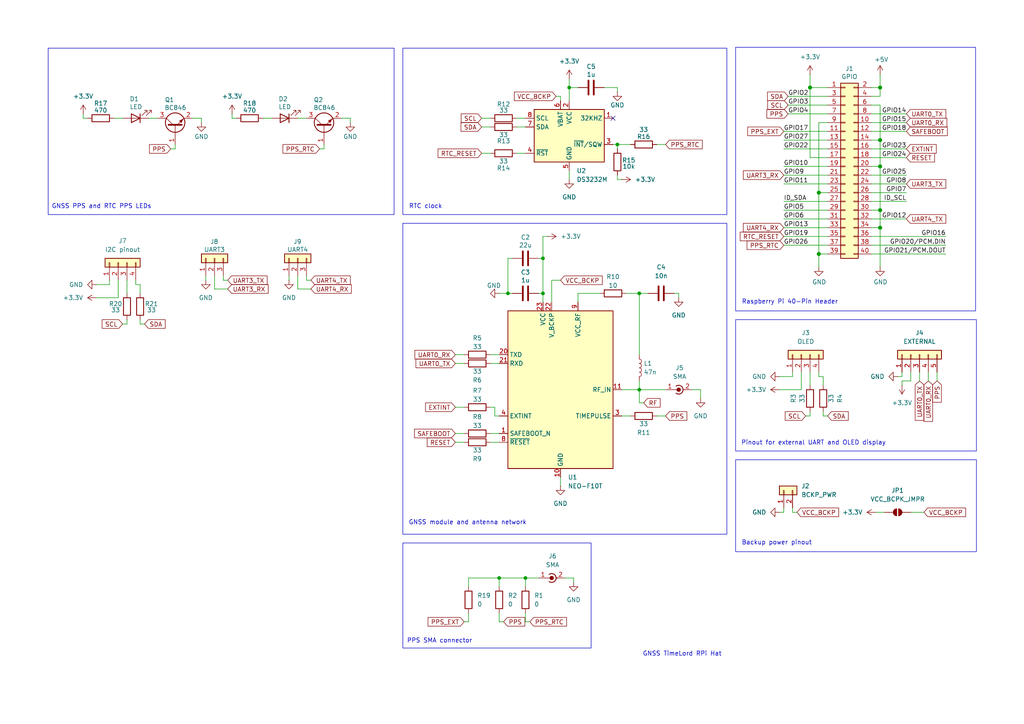
<source format=kicad_sch>
(kicad_sch (version 20250114) (generator "eeschema") (generator_version "9.0")
  (paper "A4")
  (title_block (date "15 nov 2012"))
  (lib_symbols
    (symbol "Connector:Conn_Coaxial_Power" (pin_names (offset 1.016) (hide yes))
      (property "Reference" "J" (at -5.08 -1.27 90))
      (property "Value" "Conn_Coaxial_Power" (at -3.175 -1.27 90))
      (symbol "Conn_Coaxial_Power_1_1"
        (pin passive line (at 0 2.54 270) (length 2.54) (name "In") (number "1"))
        (pin passive line (at 0 -5.08 90) (length 2.54) (name "Ext") (number "2"))
      )
    )
    (symbol "Connector_Generic:Conn_01x02" (pin_names (offset 1.016) (hide yes))
      (property "Reference" "J" (at 0 2.54 0))
      (property "Value" "Conn_01x02" (at 0 -5.08 0))
      (symbol "Conn_01x02_1_1"
        (pin passive line (at -5.08 0 0) (length 3.81) (name "Pin_1") (number "1"))
        (pin passive line (at -5.08 -2.54 0) (length 3.81) (name "Pin_2") (number "2"))
      )
    )
    (symbol "Connector_Generic:Conn_01x03" (pin_names (offset 1.016) (hide yes))
      (property "Reference" "J" (at 0 5.08 0))
      (property "Value" "Conn_01x03" (at 0 -5.08 0))
      (symbol "Conn_01x03_1_1"
        (pin passive line (at -5.08 2.54 0) (length 3.81) (name "Pin_1") (number "1"))
        (pin passive line (at -5.08 0 0) (length 3.81) (name "Pin_2") (number "2"))
        (pin passive line (at -5.08 -2.54 0) (length 3.81) (name "Pin_3") (number "3"))
      )
    )
    (symbol "Connector_Generic:Conn_01x04" (pin_names (offset 1.016) (hide yes))
      (property "Reference" "J" (at 0 5.08 0))
      (property "Value" "Conn_01x04" (at 0 -7.62 0))
      (symbol "Conn_01x04_1_1"
        (pin passive line (at -5.08 2.54 0) (length 3.81) (name "Pin_1") (number "1"))
        (pin passive line (at -5.08 0 0) (length 3.81) (name "Pin_2") (number "2"))
        (pin passive line (at -5.08 -2.54 0) (length 3.81) (name "Pin_3") (number "3"))
        (pin passive line (at -5.08 -5.08 0) (length 3.81) (name "Pin_4") (number "4"))
      )
    )
    (symbol "Connector_Generic:Conn_01x05" (pin_names (offset 1.016) (hide yes))
      (property "Reference" "J" (at 0 7.62 0))
      (property "Value" "Conn_01x05" (at 0 -7.62 0))
      (symbol "Conn_01x05_1_1"
        (pin passive line (at -5.08 5.08 0) (length 3.81) (name "Pin_1") (number "1"))
        (pin passive line (at -5.08 2.54 0) (length 3.81) (name "Pin_2") (number "2"))
        (pin passive line (at -5.08 0 0) (length 3.81) (name "Pin_3") (number "3"))
        (pin passive line (at -5.08 -2.54 0) (length 3.81) (name "Pin_4") (number "4"))
        (pin passive line (at -5.08 -5.08 0) (length 3.81) (name "Pin_5") (number "5"))
      )
    )
    (symbol "Connector_Generic:Conn_02x20_Odd_Even" (pin_names (offset 1.016) (hide yes))
      (property "Reference" "J" (at 1.27 25.4 0))
      (property "Value" "Conn_02x20_Odd_Even" (at 1.27 -27.94 0))
      (symbol "Conn_02x20_Odd_Even_1_1"
        (pin passive line (at -5.08 22.86 0) (length 3.81) (name "Pin_1") (number "1"))
        (pin passive line (at -5.08 20.32 0) (length 3.81) (name "Pin_3") (number "3"))
        (pin passive line (at -5.08 17.78 0) (length 3.81) (name "Pin_5") (number "5"))
        (pin passive line (at -5.08 15.24 0) (length 3.81) (name "Pin_7") (number "7"))
        (pin passive line (at -5.08 12.7 0) (length 3.81) (name "Pin_9") (number "9"))
        (pin passive line (at -5.08 10.16 0) (length 3.81) (name "Pin_11") (number "11"))
        (pin passive line (at -5.08 7.62 0) (length 3.81) (name "Pin_13") (number "13"))
        (pin passive line (at -5.08 5.08 0) (length 3.81) (name "Pin_15") (number "15"))
        (pin passive line (at -5.08 2.54 0) (length 3.81) (name "Pin_17") (number "17"))
        (pin passive line (at -5.08 0 0) (length 3.81) (name "Pin_19") (number "19"))
        (pin passive line (at -5.08 -2.54 0) (length 3.81) (name "Pin_21") (number "21"))
        (pin passive line (at -5.08 -5.08 0) (length 3.81) (name "Pin_23") (number "23"))
        (pin passive line (at -5.08 -7.62 0) (length 3.81) (name "Pin_25") (number "25"))
        (pin passive line (at -5.08 -10.16 0) (length 3.81) (name "Pin_27") (number "27"))
        (pin passive line (at -5.08 -12.7 0) (length 3.81) (name "Pin_29") (number "29"))
        (pin passive line (at -5.08 -15.24 0) (length 3.81) (name "Pin_31") (number "31"))
        (pin passive line (at -5.08 -17.78 0) (length 3.81) (name "Pin_33") (number "33"))
        (pin passive line (at -5.08 -20.32 0) (length 3.81) (name "Pin_35") (number "35"))
        (pin passive line (at -5.08 -22.86 0) (length 3.81) (name "Pin_37") (number "37"))
        (pin passive line (at -5.08 -25.4 0) (length 3.81) (name "Pin_39") (number "39"))
        (pin passive line (at 7.62 22.86 180) (length 3.81) (name "Pin_2") (number "2"))
        (pin passive line (at 7.62 20.32 180) (length 3.81) (name "Pin_4") (number "4"))
        (pin passive line (at 7.62 17.78 180) (length 3.81) (name "Pin_6") (number "6"))
        (pin passive line (at 7.62 15.24 180) (length 3.81) (name "Pin_8") (number "8"))
        (pin passive line (at 7.62 12.7 180) (length 3.81) (name "Pin_10") (number "10"))
        (pin passive line (at 7.62 10.16 180) (length 3.81) (name "Pin_12") (number "12"))
        (pin passive line (at 7.62 7.62 180) (length 3.81) (name "Pin_14") (number "14"))
        (pin passive line (at 7.62 5.08 180) (length 3.81) (name "Pin_16") (number "16"))
        (pin passive line (at 7.62 2.54 180) (length 3.81) (name "Pin_18") (number "18"))
        (pin passive line (at 7.62 0 180) (length 3.81) (name "Pin_20") (number "20"))
        (pin passive line (at 7.62 -2.54 180) (length 3.81) (name "Pin_22") (number "22"))
        (pin passive line (at 7.62 -5.08 180) (length 3.81) (name "Pin_24") (number "24"))
        (pin passive line (at 7.62 -7.62 180) (length 3.81) (name "Pin_26") (number "26"))
        (pin passive line (at 7.62 -10.16 180) (length 3.81) (name "Pin_28") (number "28"))
        (pin passive line (at 7.62 -12.7 180) (length 3.81) (name "Pin_30") (number "30"))
        (pin passive line (at 7.62 -15.24 180) (length 3.81) (name "Pin_32") (number "32"))
        (pin passive line (at 7.62 -17.78 180) (length 3.81) (name "Pin_34") (number "34"))
        (pin passive line (at 7.62 -20.32 180) (length 3.81) (name "Pin_36") (number "36"))
        (pin passive line (at 7.62 -22.86 180) (length 3.81) (name "Pin_38") (number "38"))
        (pin passive line (at 7.62 -25.4 180) (length 3.81) (name "Pin_40") (number "40"))
      )
    )
    (symbol "Device:C" (pin_numbers (hide yes)) (pin_names (offset 0.254))
      (property "Reference" "C" (at 0.635 2.54 0))
      (property "Value" "C" (at 0.635 -2.54 0))
      (symbol "C_1_1"
        (pin passive line (at 0 3.81 270) (length 2.794) (name "~") (number "1"))
        (pin passive line (at 0 -3.81 90) (length 2.794) (name "~") (number "2"))
      )
    )
    (symbol "Device:L" (pin_numbers (hide yes)) (pin_names (offset 1.016) (hide yes))
      (property "Reference" "L" (at -1.27 0 90))
      (property "Value" "L" (at 1.905 0 90))
      (symbol "L_1_1"
        (pin passive line (at 0 3.81 270) (length 1.27) (name "1") (number "1"))
        (pin passive line (at 0 -3.81 90) (length 1.27) (name "2") (number "2"))
      )
    )
    (symbol "Device:LED" (pin_numbers (hide yes)) (pin_names (offset 1.016) (hide yes))
      (property "Reference" "D" (at 0 2.54 0))
      (property "Value" "LED" (at 0 -2.54 0))
      (symbol "LED_1_1"
        (pin passive line (at -3.81 0 0) (length 2.54) (name "K") (number "1"))
        (pin passive line (at 3.81 0 180) (length 2.54) (name "A") (number "2"))
      )
    )
    (symbol "Device:R" (pin_numbers (hide yes)) (pin_names (offset 0))
      (property "Reference" "R" (at 2.032 0 90))
      (property "Value" "R" (at 0 0 90))
      (symbol "R_1_1"
        (pin passive line (at 0 3.81 270) (length 1.27) (name "~") (number "1"))
        (pin passive line (at 0 -3.81 90) (length 1.27) (name "~") (number "2"))
      )
    )
    (symbol "Jumper:SolderJumper_2_Open" (pin_numbers (hide yes)) (pin_names (offset 0) (hide yes)) (exclude_from_sim yes) (in_bom no)
      (property "Reference" "JP" (at 0 2.032 0))
      (property "Value" "SolderJumper_2_Open" (at 0 -2.54 0))
      (symbol "SolderJumper_2_Open_1_1"
        (pin passive line (at -3.81 0 0) (length 2.54) (name "A") (number "1"))
        (pin passive line (at 3.81 0 180) (length 2.54) (name "B") (number "2"))
      )
    )
    (symbol "Timer_RTC:DS3232M"
      (property "Reference" "U" (at -7.62 8.89 0))
      (property "Value" "DS3232M" (at 10.16 8.89 0))
      (symbol "DS3232M_1_1"
        (pin input line (at -12.7 5.08 0) (length 2.54) (name "SCL") (number "8"))
        (pin bidirectional line (at -12.7 2.54 0) (length 2.54) (name "SDA") (number "7"))
        (pin bidirectional line (at -12.7 -5.08 0) (length 2.54) (name "~{RST}") (number "4"))
        (pin power_in line (at -2.54 10.16 270) (length 2.54) (name "VBAT") (number "6"))
        (pin power_in line (at 0 10.16 270) (length 2.54) (name "VCC") (number "2"))
        (pin power_in line (at 0 -10.16 90) (length 2.54) (name "GND") (number "5"))
        (pin output line (at 12.7 5.08 180) (length 2.54) (name "32KHZ") (number "1"))
        (pin open_collector line (at 12.7 -2.54 180) (length 2.54) (name "~{INT}/SQW") (number "3"))
      )
    )
    (symbol "Transistor_BJT:BC846" (pin_names (offset 0) (hide yes))
      (property "Reference" "Q" (at 5.08 1.905 0))
      (property "Value" "BC846" (at 5.08 0 0))
      (symbol "BC846_1_1"
        (pin input line (at -5.08 0 0) (length 2.54) (name "B") (number "1"))
        (pin passive line (at 2.54 5.08 270) (length 2.54) (name "C") (number "3"))
        (pin passive line (at 2.54 -5.08 90) (length 2.54) (name "E") (number "2"))
      )
    )
    (symbol "neo-f10t:NEO-F10T"
      (property "Reference" "U" (at -13.97 24.13 0))
      (property "Value" "NEO-F10T" (at 11.43 24.13 0))
      (symbol "NEO-F10T_1_1"
        (pin output line (at -17.78 10.16 0) (length 2.54) (name "TXD") (number "20"))
        (pin input line (at -17.78 7.62 0) (length 2.54) (name "RXD") (number "21"))
        (pin input line (at -17.78 -7.62 0) (length 2.54) (name "EXTINT") (number "4"))
        (pin bidirectional line (at -17.78 -12.7 0) (length 2.54) (name "SAFEBOOT_N") (number "1"))
        (pin input line (at -17.78 -15.24 0) (length 2.54) (name "~{RESET}") (number "8"))
        (pin no_connect line (at -15.24 17.78 0) (length 2.54) (hide yes) (name "RESERVED") (number "5"))
        (pin no_connect line (at -15.24 15.24 0) (length 2.54) (hide yes) (name "RESERVED") (number "6"))
        (pin no_connect line (at -15.24 2.54 0) (length 2.54) (hide yes) (name "RESERVED") (number "18"))
        (pin no_connect line (at -15.24 0 0) (length 2.54) (hide yes) (name "RESERVED") (number "19"))
        (pin no_connect line (at -15.24 -5.08 0) (length 2.54) (hide yes) (name "RESERVED") (number "15"))
        (pin no_connect line (at -15.24 -17.78 0) (length 2.54) (hide yes) (name "RESERVED") (number "2"))
        (pin power_in line (at -5.08 25.4 270) (length 2.54) (name "VCC") (number "23"))
        (pin power_in line (at -2.54 25.4 270) (length 2.54) (name "V_BCKP") (number "22"))
        (pin no_connect line (at 0 22.86 270) (length 2.54) (hide yes) (name "RESERVED") (number "7"))
        (pin power_in line (at 0 -25.4 90) (length 2.54) (name "GND") (number "10"))
        (pin passive line (at 0 -25.4 90) (length 2.54) (hide yes) (name "GND") (number "12"))
        (pin passive line (at 0 -25.4 90) (length 2.54) (hide yes) (name "GND") (number "13"))
        (pin passive line (at 0 -25.4 90) (length 2.54) (hide yes) (name "GND") (number "24"))
        (pin power_out line (at 5.08 25.4 270) (length 2.54) (name "VCC_RF") (number "9"))
        (pin no_connect line (at 15.24 5.08 180) (length 2.54) (hide yes) (name "RESERVED") (number "14"))
        (pin no_connect line (at 15.24 -10.16 180) (length 2.54) (hide yes) (name "RESERVED") (number "16"))
        (pin no_connect line (at 15.24 -12.7 180) (length 2.54) (hide yes) (name "RESERVED") (number "17"))
        (pin input line (at 17.78 0 180) (length 2.54) (name "RF_IN") (number "11"))
        (pin output line (at 17.78 -7.62 180) (length 2.54) (name "TIMEPULSE") (number "3"))
      )
    )
    (symbol "power:+3.3V" (power) (pin_numbers (hide yes)) (pin_names (offset 0) (hide yes))
      (property "Value" "+3.3V" (at 0 3.556 0))
      (symbol "+3.3V_1_1"
        (pin power_in line (at 0 0 90) (length 0) (name "~") (number "1"))
      )
    )
    (symbol "power:+5V" (power) (pin_numbers (hide yes)) (pin_names (offset 0) (hide yes))
      (property "Value" "+5V" (at 0 3.556 0))
      (symbol "+5V_1_1"
        (pin power_in line (at 0 0 90) (length 0) (name "~") (number "1"))
      )
    )
    (symbol "power:GND" (power) (pin_numbers (hide yes)) (pin_names (offset 0) (hide yes))
      (property "Value" "GND" (at 0 -3.81 0))
      (symbol "GND_1_1"
        (pin power_in line (at 0 0 270) (length 0) (name "~") (number "1"))
      )
    )
  )
  (rectangle (start 213.36 92.71) (end 283.21 130.81))
  (rectangle (start 116.84 157.48) (end 171.45 187.96))
  (rectangle (start 213.36 13.716) (end 282.956 90.17))
  (rectangle (start 116.84 13.97) (end 210.82 62.23))
  (rectangle (start 13.97 13.97) (end 114.3 62.23))
  (rectangle (start 213.36 133.35) (end 283.21 160.02))
  (rectangle (start 116.84 64.77) (end 210.82 154.94))
  (text "RTC clock" (at 123.444 59.944 0) (effects (font (size 1.27 1.27))))
  (text "GNSS PPS and RTC PPS LEDs\n" (at 29.464 59.944 0) (effects (font (size 1.27 1.27))))
  (text "PPS SMA connector\n" (at 127.508 185.928 0) (effects (font (size 1.27 1.27))))
  (text "Backup power pinout" (at 225.298 157.48 0) (effects (font (size 1.27 1.27))))
  (text "GNSS TimeLord RPi Hat" (at 197.866 189.738 0) (effects (font (size 1.27 1.27))))
  (text "Pinout for external UART and OLED display" (at 235.966 128.524 0) (effects (font (size 1.27 1.27))))
  (text "GNSS module and antenna network" (at 135.636 151.638 0) (effects (font (size 1.27 1.27))))
  (text "Raspberry Pi 40-Pin Header" (at 229.108 87.63 0) (effects (font (size 1.27 1.27))))
  (junction (at 255.27 25.4) (diameter 1.016))
  (junction (at 255.27 40.64) (diameter 1.016))
  (junction (at 179.07 41.91))
  (junction (at 157.48 74.93))
  (junction (at 144.78 167.64))
  (junction (at 165.1 25.4))
  (junction (at 237.49 73.66) (diameter 1.016))
  (junction (at 237.49 55.88) (diameter 1.016))
  (junction (at 185.42 113.03))
  (junction (at 147.32 85.09))
  (junction (at 255.27 66.04) (diameter 1.016))
  (junction (at 152.4 167.64))
  (junction (at 255.27 60.96) (diameter 1.016))
  (junction (at 255.27 48.26) (diameter 1.016))
  (junction (at 157.48 85.09))
  (junction (at 185.42 85.09))
  (junction (at 234.95 25.4) (diameter 1.016))
  (no_connect (at 177.8 34.29))
  (wire (pts (xy 237.49 55.88) (xy 237.49 73.66)))
  (wire (pts (xy 252.73 55.88) (xy 262.89 55.88)))
  (wire (pts (xy 196.85 86.36) (xy 196.85 85.09)))
  (wire (pts (xy 240.03 38.1) (xy 227.33 38.1)))
  (wire (pts (xy 234.95 120.65) (xy 233.68 120.65)))
  (wire (pts (xy 58.42 34.29) (xy 58.42 35.56)))
  (wire (pts (xy 229.87 109.22) (xy 229.87 107.95)))
  (wire (pts (xy 227.33 148.59) (xy 227.33 147.32)))
  (wire (pts (xy 255.27 30.48) (xy 255.27 40.64)))
  (wire (pts (xy 255.27 48.26) (xy 252.73 48.26)))
  (wire (pts (xy 152.4 170.18) (xy 152.4 167.64)))
  (wire (pts (xy 142.24 125.73) (xy 144.78 125.73)))
  (wire (pts (xy 92.71 43.18) (xy 93.98 43.18)))
  (wire (pts (xy 165.1 25.4) (xy 165.1 22.86)))
  (wire (pts (xy 149.86 44.45) (xy 152.4 44.45)))
  (wire (pts (xy 261.62 110.49) (xy 261.62 111.76)))
  (wire (pts (xy 255.27 60.96) (xy 255.27 66.04)))
  (wire (pts (xy 147.32 74.93) (xy 148.59 74.93)))
  (wire (pts (xy 226.06 109.22) (xy 229.87 109.22)))
  (wire (pts (xy 179.07 26.67) (xy 179.07 25.4)))
  (wire (pts (xy 41.91 93.98) (xy 40.64 93.98)))
  (wire (pts (xy 147.32 85.09) (xy 147.32 74.93)))
  (wire (pts (xy 142.24 105.41) (xy 144.78 105.41)))
  (wire (pts (xy 143.51 118.11) (xy 143.51 120.65)))
  (wire (pts (xy 238.76 109.22) (xy 238.76 111.76)))
  (wire (pts (xy 180.34 52.07) (xy 179.07 52.07)))
  (wire (pts (xy 27.94 82.55) (xy 31.75 82.55)))
  (wire (pts (xy 255.27 48.26) (xy 255.27 60.96)))
  (wire (pts (xy 252.73 33.02) (xy 262.89 33.02)))
  (wire (pts (xy 139.7 44.45) (xy 142.24 44.45)))
  (wire (pts (xy 227.33 50.8) (xy 240.03 50.8)))
  (wire (pts (xy 237.49 35.56) (xy 237.49 55.88)))
  (wire (pts (xy 266.7 107.95) (xy 266.7 110.49)))
  (wire (pts (xy 24.13 34.29) (xy 25.4 34.29)))
  (wire (pts (xy 261.62 109.22) (xy 261.62 107.95)))
  (wire (pts (xy 64.77 81.28) (xy 64.77 80.01)))
  (wire (pts (xy 157.48 87.63) (xy 157.48 85.09)))
  (wire (pts (xy 24.13 33.02) (xy 24.13 34.29)))
  (wire (pts (xy 237.49 35.56) (xy 240.03 35.56)))
  (wire (pts (xy 252.73 53.34) (xy 262.89 53.34)))
  (wire (pts (xy 40.64 93.98) (xy 40.64 92.71)))
  (wire (pts (xy 49.53 43.18) (xy 50.8 43.18)))
  (wire (pts (xy 240.03 58.42) (xy 227.33 58.42)))
  (wire (pts (xy 234.95 120.65) (xy 234.95 119.38)))
  (wire (pts (xy 86.36 83.82) (xy 90.17 83.82)))
  (wire (pts (xy 227.33 60.96) (xy 240.03 60.96)))
  (wire (pts (xy 66.04 81.28) (xy 64.77 81.28)))
  (wire (pts (xy 179.07 52.07) (xy 179.07 50.8)))
  (wire (pts (xy 149.86 34.29) (xy 152.4 34.29)))
  (wire (pts (xy 240.03 120.65) (xy 238.76 120.65)))
  (wire (pts (xy 156.21 85.09) (xy 157.48 85.09)))
  (wire (pts (xy 101.6 34.29) (xy 101.6 35.56)))
  (wire (pts (xy 237.49 55.88) (xy 240.03 55.88)))
  (wire (pts (xy 252.73 43.18) (xy 262.89 43.18)))
  (wire (pts (xy 162.56 27.94) (xy 161.29 27.94)))
  (wire (pts (xy 226.06 148.59) (xy 227.33 148.59)))
  (wire (pts (xy 142.24 128.27) (xy 144.78 128.27)))
  (wire (pts (xy 139.7 36.83) (xy 142.24 36.83)))
  (wire (pts (xy 135.89 180.34) (xy 135.89 177.8)))
  (wire (pts (xy 252.73 73.66) (xy 274.32 73.66)))
  (wire (pts (xy 237.49 73.66) (xy 237.49 77.47)))
  (wire (pts (xy 227.33 40.64) (xy 240.03 40.64)))
  (wire (pts (xy 157.48 68.58) (xy 158.75 68.58)))
  (wire (pts (xy 153.67 180.34) (xy 152.4 180.34)))
  (wire (pts (xy 234.95 21.59) (xy 234.95 25.4)))
  (wire (pts (xy 226.06 113.03) (xy 232.41 113.03)))
  (wire (pts (xy 180.34 113.03) (xy 185.42 113.03)))
  (wire (pts (xy 271.78 107.95) (xy 271.78 110.49)))
  (wire (pts (xy 147.32 85.09) (xy 148.59 85.09)))
  (wire (pts (xy 177.8 41.91) (xy 179.07 41.91)))
  (wire (pts (xy 43.18 34.29) (xy 45.72 34.29)))
  (wire (pts (xy 203.2 113.03) (xy 200.66 113.03)))
  (wire (pts (xy 144.78 170.18) (xy 144.78 167.64)))
  (wire (pts (xy 255.27 66.04) (xy 252.73 66.04)))
  (wire (pts (xy 36.83 93.98) (xy 36.83 92.71)))
  (wire (pts (xy 33.02 34.29) (xy 35.56 34.29)))
  (wire (pts (xy 67.31 34.29) (xy 68.58 34.29)))
  (wire (pts (xy 163.83 167.64) (xy 166.37 167.64)))
  (wire (pts (xy 228.6 30.48) (xy 240.03 30.48)))
  (wire (pts (xy 36.83 81.28) (xy 36.83 85.09)))
  (wire (pts (xy 165.1 49.53) (xy 165.1 52.07)))
  (wire (pts (xy 181.61 85.09) (xy 185.42 85.09)))
  (wire (pts (xy 227.33 53.34) (xy 240.03 53.34)))
  (wire (pts (xy 261.62 110.49) (xy 264.16 110.49)))
  (wire (pts (xy 36.83 93.98) (xy 35.56 93.98)))
  (wire (pts (xy 234.95 45.72) (xy 240.03 45.72)))
  (wire (pts (xy 101.6 34.29) (xy 99.06 34.29)))
  (wire (pts (xy 240.03 27.94) (xy 228.6 27.94)))
  (wire (pts (xy 260.35 109.22) (xy 261.62 109.22)))
  (wire (pts (xy 255.27 25.4) (xy 255.27 27.94)))
  (wire (pts (xy 132.08 118.11) (xy 134.62 118.11)))
  (wire (pts (xy 160.02 81.28) (xy 162.56 81.28)))
  (wire (pts (xy 196.85 85.09) (xy 195.58 85.09)))
  (wire (pts (xy 229.87 148.59) (xy 229.87 147.32)))
  (wire (pts (xy 255.27 40.64) (xy 255.27 48.26)))
  (wire (pts (xy 227.33 71.12) (xy 240.03 71.12)))
  (wire (pts (xy 144.78 180.34) (xy 146.05 180.34)))
  (wire (pts (xy 252.73 38.1) (xy 262.89 38.1)))
  (wire (pts (xy 255.27 40.64) (xy 252.73 40.64)))
  (wire (pts (xy 264.16 148.59) (xy 267.97 148.59)))
  (wire (pts (xy 162.56 29.21) (xy 162.56 27.94)))
  (wire (pts (xy 255.27 21.59) (xy 255.27 25.4)))
  (wire (pts (xy 166.37 167.64) (xy 166.37 168.91)))
  (wire (pts (xy 90.17 81.28) (xy 88.9 81.28)))
  (wire (pts (xy 228.6 33.02) (xy 240.03 33.02)))
  (wire (pts (xy 255.27 25.4) (xy 252.73 25.4)))
  (wire (pts (xy 27.94 86.36) (xy 34.29 86.36)))
  (wire (pts (xy 227.33 68.58) (xy 240.03 68.58)))
  (wire (pts (xy 234.95 25.4) (xy 234.95 45.72)))
  (wire (pts (xy 31.75 82.55) (xy 31.75 81.28)))
  (wire (pts (xy 252.73 45.72) (xy 262.89 45.72)))
  (wire (pts (xy 83.82 80.01) (xy 83.82 81.28)))
  (wire (pts (xy 142.24 118.11) (xy 143.51 118.11)))
  (wire (pts (xy 252.73 35.56) (xy 262.89 35.56)))
  (wire (pts (xy 50.8 43.18) (xy 50.8 41.91)))
  (wire (pts (xy 185.42 102.87) (xy 185.42 85.09)))
  (wire (pts (xy 76.2 34.29) (xy 78.74 34.29)))
  (wire (pts (xy 238.76 120.65) (xy 238.76 119.38)))
  (wire (pts (xy 227.33 43.18) (xy 240.03 43.18)))
  (wire (pts (xy 157.48 74.93) (xy 157.48 85.09)))
  (wire (pts (xy 39.37 82.55) (xy 39.37 81.28)))
  (wire (pts (xy 167.64 25.4) (xy 165.1 25.4)))
  (wire (pts (xy 132.08 102.87) (xy 134.62 102.87)))
  (wire (pts (xy 269.24 107.95) (xy 269.24 110.49)))
  (wire (pts (xy 152.4 167.64) (xy 156.21 167.64)))
  (wire (pts (xy 139.7 34.29) (xy 142.24 34.29)))
  (wire (pts (xy 234.95 107.95) (xy 234.95 111.76)))
  (wire (pts (xy 227.33 63.5) (xy 240.03 63.5)))
  (wire (pts (xy 135.89 170.18) (xy 135.89 167.64)))
  (wire (pts (xy 58.42 34.29) (xy 55.88 34.29)))
  (wire (pts (xy 255.27 27.94) (xy 252.73 27.94)))
  (wire (pts (xy 193.04 120.65) (xy 190.5 120.65)))
  (wire (pts (xy 67.31 33.02) (xy 67.31 34.29)))
  (wire (pts (xy 59.69 80.01) (xy 59.69 81.28)))
  (wire (pts (xy 252.73 68.58) (xy 274.32 68.58)))
  (wire (pts (xy 93.98 43.18) (xy 93.98 41.91)))
  (wire (pts (xy 34.29 86.36) (xy 34.29 81.28)))
  (wire (pts (xy 252.73 63.5) (xy 262.89 63.5)))
  (wire (pts (xy 237.49 73.66) (xy 240.03 73.66)))
  (wire (pts (xy 143.51 120.65) (xy 144.78 120.65)))
  (wire (pts (xy 238.76 109.22) (xy 237.49 109.22)))
  (wire (pts (xy 252.73 71.12) (xy 274.32 71.12)))
  (wire (pts (xy 134.62 180.34) (xy 135.89 180.34)))
  (wire (pts (xy 132.08 105.41) (xy 134.62 105.41)))
  (wire (pts (xy 264.16 110.49) (xy 264.16 107.95)))
  (wire (pts (xy 255.27 30.48) (xy 252.73 30.48)))
  (wire (pts (xy 135.89 167.64) (xy 144.78 167.64)))
  (wire (pts (xy 185.42 110.49) (xy 185.42 113.03)))
  (wire (pts (xy 157.48 68.58) (xy 157.48 74.93)))
  (wire (pts (xy 86.36 83.82) (xy 86.36 80.01)))
  (wire (pts (xy 175.26 25.4) (xy 179.07 25.4)))
  (wire (pts (xy 232.41 113.03) (xy 232.41 107.95)))
  (wire (pts (xy 203.2 115.57) (xy 203.2 113.03)))
  (wire (pts (xy 40.64 82.55) (xy 40.64 85.09)))
  (wire (pts (xy 88.9 81.28) (xy 88.9 80.01)))
  (wire (pts (xy 132.08 125.73) (xy 134.62 125.73)))
  (wire (pts (xy 237.49 109.22) (xy 237.49 107.95)))
  (wire (pts (xy 231.14 148.59) (xy 229.87 148.59)))
  (wire (pts (xy 162.56 138.43) (xy 162.56 140.97)))
  (wire (pts (xy 62.23 83.82) (xy 66.04 83.82)))
  (wire (pts (xy 179.07 43.18) (xy 179.07 41.91)))
  (wire (pts (xy 167.64 85.09) (xy 173.99 85.09)))
  (wire (pts (xy 255.27 66.04) (xy 255.27 77.47)))
  (wire (pts (xy 167.64 87.63) (xy 167.64 85.09)))
  (wire (pts (xy 252.73 50.8) (xy 262.89 50.8)))
  (wire (pts (xy 240.03 66.04) (xy 227.33 66.04)))
  (wire (pts (xy 40.64 82.55) (xy 39.37 82.55)))
  (wire (pts (xy 160.02 81.28) (xy 160.02 87.63)))
  (wire (pts (xy 165.1 25.4) (xy 165.1 29.21)))
  (wire (pts (xy 187.96 85.09) (xy 185.42 85.09)))
  (wire (pts (xy 144.78 167.64) (xy 152.4 167.64)))
  (wire (pts (xy 86.36 34.29) (xy 88.9 34.29)))
  (wire (pts (xy 152.4 180.34) (xy 152.4 177.8)))
  (wire (pts (xy 156.21 74.93) (xy 157.48 74.93)))
  (wire (pts (xy 255.27 60.96) (xy 252.73 60.96)))
  (wire (pts (xy 185.42 113.03) (xy 193.04 113.03)))
  (wire (pts (xy 234.95 25.4) (xy 240.03 25.4)))
  (wire (pts (xy 185.42 116.84) (xy 185.42 113.03)))
  (wire (pts (xy 132.08 128.27) (xy 134.62 128.27)))
  (wire (pts (xy 62.23 83.82) (xy 62.23 80.01)))
  (wire (pts (xy 190.5 41.91) (xy 193.04 41.91)))
  (wire (pts (xy 142.24 102.87) (xy 144.78 102.87)))
  (wire (pts (xy 186.69 116.84) (xy 185.42 116.84)))
  (wire (pts (xy 144.78 85.09) (xy 147.32 85.09)))
  (wire (pts (xy 144.78 177.8) (xy 144.78 180.34)))
  (wire (pts (xy 180.34 120.65) (xy 182.88 120.65)))
  (wire (pts (xy 240.03 48.26) (xy 227.33 48.26)))
  (wire (pts (xy 252.73 58.42) (xy 262.89 58.42)))
  (wire (pts (xy 179.07 41.91) (xy 182.88 41.91)))
  (wire (pts (xy 149.86 36.83) (xy 152.4 36.83)))
  (wire (pts (xy 254 148.59) (xy 256.54 148.59)))
  (label "ID_SDA" (at 227.33 58.42 0))
  (label "GPIO6" (at 227.33 63.5 0))
  (label "ID_SCL" (at 262.89 58.42 180))
  (label "GPIO5" (at 227.33 60.96 0))
  (label "GPIO21{slash}PCM.DOUT" (at 274.32 73.66 180))
  (label "GPIO19" (at 227.33 68.58 0))
  (label "GPIO10" (at 227.33 48.26 0))
  (label "GPIO9" (at 227.33 50.8 0))
  (label "GPIO23" (at 262.89 43.18 180))
  (label "GPIO4" (at 228.6 33.02 0))
  (label "GPIO27" (at 227.33 40.64 0))
  (label "GPIO26" (at 227.33 71.12 0))
  (label "GPIO14" (at 262.89 33.02 180))
  (label "GPIO8" (at 262.89 53.34 180))
  (label "GPIO15" (at 262.89 35.56 180))
  (label "GPIO16" (at 274.32 68.58 180))
  (label "GPIO22" (at 227.33 43.18 0))
  (label "GPIO2" (at 228.6 27.94 0))
  (label "GPIO17" (at 227.33 38.1 0))
  (label "GPIO25" (at 262.89 50.8 180))
  (label "GPIO3" (at 228.6 30.48 0))
  (label "GPIO18" (at 262.89 38.1 180))
  (label "GPIO12" (at 262.89 63.5 180))
  (label "GPIO13" (at 227.33 66.04 0))
  (label "GPIO20{slash}PCM.DIN" (at 274.32 71.12 180))
  (label "GPIO24" (at 262.89 45.72 180))
  (label "GPIO7" (at 262.89 55.88 180))
  (label "GPIO11" (at 227.33 53.34 0))
  (global_label "UART4_RX" (shape input) (at 90.17 83.82 0) (property "Intersheetrefs" "${INTERSHEET_REFS}" (effects (hide yes))))
  (global_label "PPS_EXT" (shape input) (at 227.33 38.1 180) (property "Intersheetrefs" "${INTERSHEET_REFS}" (effects (hide yes))))
  (global_label "SAFEBOOT" (shape input) (at 132.08 125.73 180) (property "Intersheetrefs" "${INTERSHEET_REFS}" (effects (hide yes))))
  (global_label "RESET" (shape input) (at 132.08 128.27 180) (property "Intersheetrefs" "${INTERSHEET_REFS}" (effects (hide yes))))
  (global_label "UART4_TX" (shape input) (at 262.89 63.5 0) (property "Intersheetrefs" "${INTERSHEET_REFS}" (effects (hide yes))))
  (global_label "PPS" (shape input) (at 146.05 180.34 0) (property "Intersheetrefs" "${INTERSHEET_REFS}" (effects (hide yes))))
  (global_label "UART0_RX" (shape input) (at 269.24 110.49 270) (property "Intersheetrefs" "${INTERSHEET_REFS}" (effects (hide yes))))
  (global_label "UART0_TX" (shape input) (at 262.89 33.02 0) (property "Intersheetrefs" "${INTERSHEET_REFS}" (effects (hide yes))))
  (global_label "PPS" (shape input) (at 228.6 33.02 180) (property "Intersheetrefs" "${INTERSHEET_REFS}" (effects (hide yes))))
  (global_label "VCC_BCKP" (shape input) (at 231.14 148.59 0) (property "Intersheetrefs" "${INTERSHEET_REFS}" (effects (hide yes))))
  (global_label "PPS_RTC" (shape input) (at 227.33 71.12 180) (property "Intersheetrefs" "${INTERSHEET_REFS}" (effects (hide yes))))
  (global_label "SDA" (shape input) (at 41.91 93.98 0) (property "Intersheetrefs" "${INTERSHEET_REFS}" (effects (hide yes))))
  (global_label "SCL" (shape input) (at 228.6 30.48 180) (property "Intersheetrefs" "${INTERSHEET_REFS}" (effects (hide yes))))
  (global_label "VCC_BCKP" (shape input) (at 161.29 27.94 180) (property "Intersheetrefs" "${INTERSHEET_REFS}" (effects (hide yes))))
  (global_label "UART0_RX" (shape input) (at 262.89 35.56 0) (property "Intersheetrefs" "${INTERSHEET_REFS}" (effects (hide yes))))
  (global_label "UART0_RX" (shape input) (at 132.08 102.87 180) (property "Intersheetrefs" "${INTERSHEET_REFS}" (effects (hide yes))))
  (global_label "SCL" (shape input) (at 35.56 93.98 180) (property "Intersheetrefs" "${INTERSHEET_REFS}" (effects (hide yes))))
  (global_label "SAFEBOOT" (shape input) (at 262.89 38.1 0) (property "Intersheetrefs" "${INTERSHEET_REFS}" (effects (hide yes))))
  (global_label "PPS_EXT" (shape input) (at 134.62 180.34 180) (property "Intersheetrefs" "${INTERSHEET_REFS}" (effects (hide yes))))
  (global_label "UART3_RX" (shape input) (at 66.04 83.82 0) (property "Intersheetrefs" "${INTERSHEET_REFS}" (effects (hide yes))))
  (global_label "PPS" (shape input) (at 271.78 110.49 270) (property "Intersheetrefs" "${INTERSHEET_REFS}" (effects (hide yes))))
  (global_label "UART3_TX" (shape input) (at 262.89 53.34 0) (property "Intersheetrefs" "${INTERSHEET_REFS}" (effects (hide yes))))
  (global_label "RTC_RESET" (shape input) (at 227.33 68.58 180) (property "Intersheetrefs" "${INTERSHEET_REFS}" (effects (hide yes))))
  (global_label "PPS_RTC" (shape input) (at 153.67 180.34 0) (property "Intersheetrefs" "${INTERSHEET_REFS}" (effects (hide yes))))
  (global_label "UART4_TX" (shape input) (at 90.17 81.28 0) (property "Intersheetrefs" "${INTERSHEET_REFS}" (effects (hide yes))))
  (global_label "SCL" (shape input) (at 233.68 120.65 180) (property "Intersheetrefs" "${INTERSHEET_REFS}" (effects (hide yes))))
  (global_label "UART3_RX" (shape input) (at 227.33 50.8 180) (property "Intersheetrefs" "${INTERSHEET_REFS}" (effects (hide yes))))
  (global_label "PPS_RTC" (shape input) (at 193.04 41.91 0) (property "Intersheetrefs" "${INTERSHEET_REFS}" (effects (hide yes))))
  (global_label "PPS" (shape input) (at 193.04 120.65 0) (property "Intersheetrefs" "${INTERSHEET_REFS}" (effects (hide yes))))
  (global_label "RESET" (shape input) (at 262.89 45.72 0) (property "Intersheetrefs" "${INTERSHEET_REFS}" (effects (hide yes))))
  (global_label "UART0_TX" (shape input) (at 266.7 110.49 270) (property "Intersheetrefs" "${INTERSHEET_REFS}" (effects (hide yes))))
  (global_label "SDA" (shape input) (at 228.6 27.94 180) (property "Intersheetrefs" "${INTERSHEET_REFS}" (effects (hide yes))))
  (global_label "UART4_RX" (shape input) (at 227.33 66.04 180) (property "Intersheetrefs" "${INTERSHEET_REFS}" (effects (hide yes))))
  (global_label "VCC_BCKP" (shape input) (at 267.97 148.59 0) (property "Intersheetrefs" "${INTERSHEET_REFS}" (effects (hide yes))))
  (global_label "RF" (shape input) (at 186.69 116.84 0) (property "Intersheetrefs" "${INTERSHEET_REFS}" (effects (hide yes))))
  (global_label "RTC_RESET" (shape input) (at 139.7 44.45 180) (property "Intersheetrefs" "${INTERSHEET_REFS}" (effects (hide yes))))
  (global_label "EXTINT" (shape input) (at 132.08 118.11 180) (property "Intersheetrefs" "${INTERSHEET_REFS}" (effects (hide yes))))
  (global_label "PPS" (shape input) (at 49.53 43.18 180) (property "Intersheetrefs" "${INTERSHEET_REFS}" (effects (hide yes))))
  (global_label "EXTINT" (shape input) (at 262.89 43.18 0) (property "Intersheetrefs" "${INTERSHEET_REFS}" (effects (hide yes))))
  (global_label "SCL" (shape input) (at 139.7 34.29 180) (property "Intersheetrefs" "${INTERSHEET_REFS}" (effects (hide yes))))
  (global_label "SDA" (shape input) (at 240.03 120.65 0) (property "Intersheetrefs" "${INTERSHEET_REFS}" (effects (hide yes))))
  (global_label "UART0_TX" (shape input) (at 132.08 105.41 180) (property "Intersheetrefs" "${INTERSHEET_REFS}" (effects (hide yes))))
  (global_label "SDA" (shape input) (at 139.7 36.83 180) (property "Intersheetrefs" "${INTERSHEET_REFS}" (effects (hide yes))))
  (global_label "UART3_TX" (shape input) (at 66.04 81.28 0) (property "Intersheetrefs" "${INTERSHEET_REFS}" (effects (hide yes))))
  (global_label "PPS_RTC" (shape input) (at 92.71 43.18 180) (property "Intersheetrefs" "${INTERSHEET_REFS}" (effects (hide yes))))
  (global_label "VCC_BCKP" (shape input) (at 162.56 81.28 0) (property "Intersheetrefs" "${INTERSHEET_REFS}" (effects (hide yes))))
  (symbol (lib_id "power:+5V") (at 255.27 21.59 0) (unit 1)
    (property "Reference" "#PWR01" (effects (hide yes)))
    (property "Value" "+5V" (at 255.6383 17.2656 0))
    (property "Description" "Power symbol creates a global label with name \"+5V\"" (effects (hide yes)))
  )
  (symbol (lib_id "power:GND") (at 255.27 77.47 0) (unit 1)
    (property "Reference" "#PWR02" (effects (hide yes)))
    (property "Value" "GND" (at 255.3843 81.7944 0))
    (property "Description" "Power symbol creates a global label with name \"GND\" , ground" (effects (hide yes)))
  )
  (symbol (lib_id "power:GND") (at 237.49 77.47 0) (unit 1)
    (property "Reference" "#PWR03" (effects (hide yes)))
    (property "Value" "GND" (at 237.6043 81.7944 0))
    (property "Description" "Power symbol creates a global label with name \"GND\" , ground" (effects (hide yes)))
  )
  (symbol (lib_id "Connector_Generic:Conn_02x20_Odd_Even") (at 245.11 48.26 0) (unit 1)
    (property "Reference" "J1" (at 246.38 19.9198 0))
    (property "Value" "GPIO" (at 246.38 22.225 0))
    (property "Footprint" "Connector_PinSocket_2.54mm:PinSocket_2x20_P2.54mm_Vertical" (effects (hide yes)))
    (property "Description" "Generic connector, double row, 02x20, odd/even pin numbering scheme (row 1 odd numbers, row 2 even numbers), script generated (kicad-library-utils/schlib/autogen/connector/)" (effects (hide yes)))
    (property "MFR" "485-2222" (effects (hide yes)))
  )
  (symbol (lib_id "power:+3.3V") (at 234.95 21.59 0) (unit 1)
    (property "Reference" "#PWR0121" (effects (hide yes)))
    (property "Value" "+3.3V" (at 234.95 16.51 0))
    (property "Description" "Power symbol creates a global label with name \"+3.3V\"" (effects (hide yes)))
  )
  (symbol (lib_id "Device:C") (at 191.77 85.09 90) (unit 1)
    (property "Reference" "C4" (at 191.77 77.47 90))
    (property "Value" "10n" (at 191.77 80.01 90))
    (property "Footprint" "Capacitor_SMD:C_0805_2012Metric" (effects (hide yes)))
    (property "Description" "Unpolarized capacitor" (effects (hide yes)))
    (property "MFR" "791-0805N103G500CT" (effects (hide yes)))
  )
  (symbol (lib_id "neo-f10t:NEO-F10T") (at 162.56 113.03 0) (unit 1)
    (property "Reference" "U1" (at 164.7033 138.43 0) (effects (justify left)))
    (property "Value" "NEO-F10T" (at 164.7033 140.97 0) (effects (justify left)))
    (property "Footprint" "RF_GPS:ublox_NEO" (effects (hide yes)))
    (property "Datasheet" "https://content.u-blox.com/sites/default/files/documents/NEO-LEA-M8T-FW3_DataSheet_UBX-15025193.pdf" (effects (hide yes)))
    (property "Description" "GNSS Module NEO M8, VCC 2.7V to 3.6V" (effects (hide yes)))
    (property "MFR" "377-NEO-F10T-00B" (effects (hide yes)))
  )
  (symbol (lib_id "power:GND") (at 196.85 86.36 0) (unit 1)
    (property "Reference" "#PWR0111" (effects (hide yes)))
    (property "Value" "GND" (at 196.85 91.44 0))
    (property "Description" "Power symbol creates a global label with name \"GND\" , ground" (effects (hide yes)))
  )
  (symbol (lib_id "Device:R") (at 144.78 173.99 0) (unit 1)
    (property "Reference" "R2" (at 147.32 172.7199 0) (effects (justify left)))
    (property "Value" "0" (at 147.32 175.2599 0) (effects (justify left)))
    (property "Footprint" "Resistor_SMD:R_0603_1608Metric" (effects (hide yes)))
    (property "Description" "Resistor" (effects (hide yes)))
    (property "MFR" "594-MCT0603MZ0000ZP5" (effects (hide yes)))
  )
  (symbol (lib_id "power:GND") (at 260.35 109.22 270) (unit 1)
    (property "Reference" "#PWR0120" (effects (hide yes)))
    (property "Value" "GND" (at 256.54 109.22 90) (effects (justify right)))
    (property "Description" "Power symbol creates a global label with name \"GND\" , ground" (effects (hide yes)))
  )
  (symbol (lib_id "Device:R") (at 177.8 85.09 90) (unit 1)
    (property "Reference" "R10" (at 177.8 80.264 90))
    (property "Value" "10" (at 177.8 82.804 90))
    (property "Footprint" "Resistor_SMD:R_0805_2012Metric" (effects (hide yes)))
    (property "Description" "Resistor" (effects (hide yes)))
    (property "MFR" "603-RT0805FRE1310RL" (effects (hide yes)))
  )
  (symbol (lib_id "power:+3.3V") (at 261.62 111.76 180) (unit 1)
    (property "Reference" "#PWR0117" (effects (hide yes)))
    (property "Value" "+3.3V" (at 261.62 116.84 0))
    (property "Description" "Power symbol creates a global label with name \"+3.3V\"" (effects (hide yes)))
  )
  (symbol (lib_id "Device:R") (at 179.07 46.99 0) (unit 1)
    (property "Reference" "R15" (at 182.372 46.482 0))
    (property "Value" "10k" (at 182.372 48.26 0))
    (property "Footprint" "Resistor_SMD:R_0805_2012Metric" (effects (hide yes)))
    (property "Description" "Resistor" (effects (hide yes)))
    (property "MFR" "603-RT0805FRE1310KL" (effects (hide yes)))
  )
  (symbol (lib_id "power:+3.3V") (at 254 148.59 90) (unit 1)
    (property "Reference" "#PWR0122" (effects (hide yes)))
    (property "Value" "+3.3V" (at 250.19 148.5899 90) (effects (justify left)))
    (property "Description" "Power symbol creates a global label with name \"+3.3V\"" (effects (hide yes)))
  )
  (symbol (lib_id "power:GND") (at 58.42 35.56 0) (unit 1)
    (property "Reference" "#PWR0114" (effects (hide yes)))
    (property "Value" "GND" (at 58.42 39.624 0))
    (property "Description" "Power symbol creates a global label with name \"GND\" , ground" (effects (hide yes)))
  )
  (symbol (lib_id "power:+3.3V") (at 165.1 22.86 0) (unit 1)
    (property "Reference" "#PWR0110" (effects (hide yes)))
    (property "Value" "+3.3V" (at 165.1 17.78 0))
    (property "Description" "Power symbol creates a global label with name \"+3.3V\"" (effects (hide yes)))
  )
  (symbol (lib_id "Device:R") (at 138.43 125.73 90) (unit 1)
    (property "Reference" "R8" (at 138.43 120.904 90))
    (property "Value" "33" (at 138.43 123.444 90))
    (property "Footprint" "Resistor_SMD:R_0603_1608Metric" (effects (hide yes)))
    (property "Description" "Resistor" (effects (hide yes)))
    (property "MFR" "603-RT0603FRE0733RL" (effects (hide yes)))
  )
  (symbol (lib_id "Connector_Generic:Conn_01x03") (at 62.23 74.93 90) (unit 1)
    (property "Reference" "J8" (at 60.96 70.104 90) (effects (justify right)))
    (property "Value" "UART3" (at 59.182 72.39 90) (effects (justify right)))
    (property "Footprint" "Connector_PinHeader_2.54mm:PinHeader_1x03_P2.54mm_Vertical" (effects (hide yes)))
    (property "Description" "Generic connector, single row, 01x03, script generated (kicad-library-utils/schlib/autogen/connector/)" (effects (hide yes)))
  )
  (symbol (lib_id "Device:R") (at 29.21 34.29 90) (unit 1)
    (property "Reference" "R17" (at 29.21 29.972 90))
    (property "Value" "470" (at 29.21 32.004 90))
    (property "Footprint" "Resistor_SMD:R_0603_1608Metric" (effects (hide yes)))
    (property "Description" "Resistor" (effects (hide yes)))
    (property "MFR" "603-RT0603DRD07470RL" (effects (hide yes)))
  )
  (symbol (lib_id "Device:R") (at 186.69 41.91 270) (unit 1)
    (property "Reference" "R16" (at 186.69 39.624 90))
    (property "Value" "33" (at 186.69 37.592 90))
    (property "Footprint" "Resistor_SMD:R_0603_1608Metric" (effects (hide yes)))
    (property "Description" "Resistor" (effects (hide yes)))
    (property "MFR" "603-RT0603FRE0733RL" (effects (hide yes)))
  )
  (symbol (lib_id "power:+3.3V") (at 226.06 113.03 90) (unit 1)
    (property "Reference" "#PWR0119" (effects (hide yes)))
    (property "Value" "+3.3V" (at 222.25 113.0299 90) (effects (justify left)))
    (property "Description" "Power symbol creates a global label with name \"+3.3V\"" (effects (hide yes)))
  )
  (symbol (lib_id "power:GND") (at 83.82 81.28 0) (unit 1)
    (property "Reference" "#PWR0127" (effects (hide yes)))
    (property "Value" "GND" (at 83.82 86.36 0))
    (property "Description" "Power symbol creates a global label with name \"GND\" , ground" (effects (hide yes)))
  )
  (symbol (lib_id "Device:C") (at 171.45 25.4 90) (unit 1)
    (property "Reference" "C5" (at 171.45 19.304 90))
    (property "Value" "1u" (at 171.45 21.59 90))
    (property "Footprint" "Capacitor_SMD:C_0603_1608Metric" (effects (hide yes)))
    (property "Description" "Unpolarized capacitor" (effects (hide yes)))
    (property "MFR" "81-GRM188D72A105KE1D" (effects (hide yes)))
  )
  (symbol (lib_id "Connector:Conn_Coaxial_Power") (at 195.58 113.03 90) (unit 1)
    (property "Reference" "J5" (at 197.104 106.68 90))
    (property "Value" "SMA" (at 197.104 109.22 90))
    (property "Footprint" "Connector_Coaxial:SMA_Amphenol_132289_EdgeMount" (effects (hide yes)))
    (property "Description" "SMA" (effects (hide yes)))
    (property "MFR" "CON-SMA-EDGE-S" (effects (hide yes)))
  )
  (symbol (lib_id "Device:C") (at 152.4 74.93 90) (unit 1)
    (property "Reference" "C2" (at 152.4 68.834 90))
    (property "Value" "22u" (at 152.4 71.12 90))
    (property "Footprint" "Capacitor_SMD:C_0805_2012Metric" (effects (hide yes)))
    (property "Description" "Unpolarized capacitor" (effects (hide yes)))
    (property "MFR" "187-CL21A226MAYNNNE" (effects (hide yes)))
  )
  (symbol (lib_id "power:+3.3V") (at 67.31 33.02 0) (unit 1)
    (property "Reference" "#PWR05" (effects (hide yes)))
    (property "Value" "+3.3V" (at 67.31 27.94 0))
    (property "Description" "Power symbol creates a global label with name \"+3.3V\"" (effects (hide yes)))
  )
  (symbol (lib_id "Device:R") (at 138.43 105.41 270) (unit 1)
    (property "Reference" "R6" (at 138.43 110.236 90))
    (property "Value" "33" (at 138.43 107.696 90))
    (property "Footprint" "Resistor_SMD:R_0603_1608Metric" (effects (hide yes)))
    (property "Description" "Resistor" (effects (hide yes)))
    (property "MFR" "603-RT0603FRE0733RL" (effects (hide yes)))
  )
  (symbol (lib_id "power:GND") (at 144.78 85.09 270) (unit 1)
    (property "Reference" "#PWR0115" (effects (hide yes)))
    (property "Value" "GND" (at 143.256 82.804 90))
    (property "Description" "Power symbol creates a global label with name \"GND\" , ground" (effects (hide yes)))
  )
  (symbol (lib_id "power:GND") (at 166.37 168.91 0) (unit 1)
    (property "Reference" "#PWR0123" (effects (hide yes)))
    (property "Value" "GND" (at 166.37 173.99 0))
    (property "Description" "Power symbol creates a global label with name \"GND\" , ground" (effects (hide yes)))
  )
  (symbol (lib_id "Connector_Generic:Conn_01x04") (at 232.41 102.87 90) (unit 1)
    (property "Reference" "J3" (at 233.68 96.52 90))
    (property "Value" "OLED" (at 233.68 99.06 90))
    (property "Footprint" "Connector_PinSocket_2.54mm:PinSocket_1x04_P2.54mm_Vertical" (effects (hide yes)))
    (property "Description" "Generic connector, single row, 01x04, script generated (kicad-library-utils/schlib/autogen/connector/)" (effects (hide yes)))
  )
  (symbol (lib_id "Device:R") (at 36.83 88.9 180) (unit 1)
    (property "Reference" "R20" (at 33.528 88.138 0))
    (property "Value" "33" (at 33.528 89.916 0))
    (property "Footprint" "Resistor_SMD:R_0603_1608Metric" (effects (hide yes)))
    (property "Description" "Resistor" (effects (hide yes)))
    (property "MFR" "603-RT0603FRE0733RL" (effects (hide yes)))
  )
  (symbol (lib_id "Device:LED") (at 39.37 34.29 180) (unit 1)
    (property "Reference" "D1" (at 37.592 28.702 0) (effects (justify right)))
    (property "Value" "LED" (at 37.592 30.988 0) (effects (justify right)))
    (property "Footprint" "LED_SMD:LED_0603_1608Metric" (effects (hide yes)))
    (property "Description" "Light emitting diode" (effects (hide yes)))
    (property "Sim.Pins" "1=K 2=A" (effects (hide yes)))
    (property "MFR" "720-KBDELPS212A6350" (effects (hide yes)))
  )
  (symbol (lib_id "Connector_Generic:Conn_01x02") (at 227.33 142.24 90) (unit 1)
    (property "Reference" "J2" (at 232.41 140.9699 90) (effects (justify right)))
    (property "Value" "BCKP_PWR" (at 232.41 143.5099 90) (effects (justify right)))
    (property "Footprint" "Connector_PinHeader_2.54mm:PinHeader_1x02_P2.54mm_Vertical" (effects (hide yes)))
    (property "Description" "Generic connector, single row, 01x02, script generated (kicad-library-utils/schlib/autogen/connector/)" (effects (hide yes)))
  )
  (symbol (lib_id "power:GND") (at 162.56 140.97 0) (unit 1)
    (property "Reference" "#PWR0106" (effects (hide yes)))
    (property "Value" "GND" (at 162.56 146.05 0))
    (property "Description" "Power symbol creates a global label with name \"GND\" , ground" (effects (hide yes)))
  )
  (symbol (lib_id "power:GND") (at 226.06 109.22 270) (unit 1)
    (property "Reference" "#PWR0118" (effects (hide yes)))
    (property "Value" "GND" (at 222.25 109.2199 90) (effects (justify right)))
    (property "Description" "Power symbol creates a global label with name \"GND\" , ground" (effects (hide yes)))
  )
  (symbol (lib_id "Device:R") (at 138.43 128.27 270) (unit 1)
    (property "Reference" "R9" (at 138.43 133.096 90))
    (property "Value" "33" (at 138.43 130.556 90))
    (property "Footprint" "Resistor_SMD:R_0603_1608Metric" (effects (hide yes)))
    (property "Description" "Resistor" (effects (hide yes)))
    (property "MFR" "603-RT0603FRE0733RL" (effects (hide yes)))
  )
  (symbol (lib_id "power:GND") (at 165.1 52.07 0) (unit 1)
    (property "Reference" "#PWR0109" (effects (hide yes)))
    (property "Value" "GND" (at 165.1 57.15 0))
    (property "Description" "Power symbol creates a global label with name \"GND\" , ground" (effects (hide yes)))
  )
  (symbol (lib_id "power:GND") (at 179.07 26.67 0) (unit 1)
    (property "Reference" "#PWR0108" (effects (hide yes)))
    (property "Value" "GND" (at 179.07 30.48 0))
    (property "Description" "Power symbol creates a global label with name \"GND\" , ground" (effects (hide yes)))
  )
  (symbol (lib_id "Device:LED") (at 82.55 34.29 180) (unit 1)
    (property "Reference" "D2" (at 80.772 28.702 0) (effects (justify right)))
    (property "Value" "LED" (at 80.772 30.988 0) (effects (justify right)))
    (property "Footprint" "LED_SMD:LED_0603_1608Metric" (effects (hide yes)))
    (property "Description" "Light emitting diode" (effects (hide yes)))
    (property "Sim.Pins" "1=K 2=A" (effects (hide yes)))
    (property "MFR" "720-KRDELPS122A5163" (effects (hide yes)))
  )
  (symbol (lib_id "Device:R") (at 186.69 120.65 270) (unit 1)
    (property "Reference" "R11" (at 186.69 125.476 90))
    (property "Value" "33" (at 186.69 122.936 90))
    (property "Footprint" "Resistor_SMD:R_0603_1608Metric" (effects (hide yes)))
    (property "Description" "Resistor" (effects (hide yes)))
    (property "MFR" "603-RT0603FRE0733RL" (effects (hide yes)))
  )
  (symbol (lib_id "Device:R") (at 234.95 115.57 180) (unit 1)
    (property "Reference" "R3" (at 230.124 115.57 90))
    (property "Value" "33" (at 232.664 115.57 90))
    (property "Footprint" "Resistor_SMD:R_0603_1608Metric" (effects (hide yes)))
    (property "Description" "Resistor" (effects (hide yes)))
    (property "MFR" "603-RT0603FRE0733RL" (effects (hide yes)))
  )
  (symbol (lib_id "power:+3.3V") (at 158.75 68.58 270) (unit 1)
    (property "Reference" "#PWR0105" (effects (hide yes)))
    (property "Value" "+3.3V" (at 162.56 68.5799 90) (effects (justify left)))
    (property "Description" "Power symbol creates a global label with name \"+3.3V\"" (effects (hide yes)))
  )
  (symbol (lib_id "power:GND") (at 226.06 148.59 270) (unit 1)
    (property "Reference" "#PWR0116" (effects (hide yes)))
    (property "Value" "GND" (at 222.25 148.5899 90) (effects (justify right)))
    (property "Description" "Power symbol creates a global label with name \"GND\" , ground" (effects (hide yes)))
  )
  (symbol (lib_id "Device:R") (at 72.39 34.29 90) (unit 1)
    (property "Reference" "R18" (at 72.39 29.972 90))
    (property "Value" "470" (at 72.39 32.004 90))
    (property "Footprint" "Resistor_SMD:R_0603_1608Metric" (effects (hide yes)))
    (property "Description" "Resistor" (effects (hide yes)))
    (property "MFR" "603-RT0603DRD07470RL" (effects (hide yes)))
  )
  (symbol (lib_id "power:+3.3V") (at 27.94 86.36 90) (unit 1)
    (property "Reference" "#PWR0125" (effects (hide yes)))
    (property "Value" "+3.3V" (at 24.13 86.3599 90) (effects (justify left)))
    (property "Description" "Power symbol creates a global label with name \"+3.3V\"" (effects (hide yes)))
  )
  (symbol (lib_id "Jumper:SolderJumper_2_Open") (at 260.35 148.59 0) (unit 1) (exclude_from_sim yes) (in_bom no)
    (property "Reference" "JP1" (at 260.35 142.24 0))
    (property "Value" "VCC_BCPK_JMPR" (at 260.35 144.78 0))
    (property "Footprint" "Jumper:SolderJumper-2_P1.3mm_Open_TrianglePad1.0x1.5mm" (effects (hide yes)))
    (property "Description" "Solder Jumper, 2-pole, open" (effects (hide yes)))
  )
  (symbol (lib_id "Device:L") (at 185.42 106.68 0) (unit 1)
    (property "Reference" "L1" (at 186.69 105.4099 0) (effects (justify left)))
    (property "Value" "47n" (at 186.69 107.9499 0) (effects (justify left)))
    (property "Footprint" "Inductor_SMD:L_0603_1608Metric" (effects (hide yes)))
    (property "Description" "Inductor" (effects (hide yes)))
    (property "MFR" "815-AIMC-0603-47NJT" (effects (hide yes)))
  )
  (symbol (lib_id "Device:R") (at 146.05 34.29 90) (unit 1)
    (property "Reference" "R12" (at 146.05 30.226 90))
    (property "Value" "33" (at 146.05 32.004 90))
    (property "Footprint" "Resistor_SMD:R_0603_1608Metric" (effects (hide yes)))
    (property "Description" "Resistor" (effects (hide yes)))
    (property "MFR" "603-RT0603FRE0733RL" (effects (hide yes)))
  )
  (symbol (lib_id "power:GND") (at 101.6 35.56 0) (unit 1)
    (property "Reference" "#PWR0112" (effects (hide yes)))
    (property "Value" "GND" (at 101.6 39.624 0))
    (property "Description" "Power symbol creates a global label with name \"GND\" , ground" (effects (hide yes)))
  )
  (symbol (lib_id "Connector_Generic:Conn_01x04") (at 34.29 76.2 90) (unit 1)
    (property "Reference" "J7" (at 35.56 69.85 90))
    (property "Value" "I2C pinout" (at 35.56 72.39 90))
    (property "Footprint" "Connector_PinSocket_2.54mm:PinSocket_1x04_P2.54mm_Vertical" (effects (hide yes)))
    (property "Description" "Generic connector, single row, 01x04, script generated (kicad-library-utils/schlib/autogen/connector/)" (effects (hide yes)))
  )
  (symbol (lib_id "power:GND") (at 59.69 81.28 0) (unit 1)
    (property "Reference" "#PWR0126" (effects (hide yes)))
    (property "Value" "GND" (at 59.69 86.36 0))
    (property "Description" "Power symbol creates a global label with name \"GND\" , ground" (effects (hide yes)))
  )
  (symbol (lib_id "power:+3.3V") (at 180.34 52.07 270) (unit 1)
    (property "Reference" "#PWR0107" (effects (hide yes)))
    (property "Value" "+3.3V" (at 184.15 52.0699 90) (effects (justify left)))
    (property "Description" "Power symbol creates a global label with name \"+3.3V\"" (effects (hide yes)))
  )
  (symbol (lib_id "power:GND") (at 203.2 115.57 0) (unit 1)
    (property "Reference" "#PWR0104" (effects (hide yes)))
    (property "Value" "GND" (at 203.2 120.65 0))
    (property "Description" "Power symbol creates a global label with name \"GND\" , ground" (effects (hide yes)))
  )
  (symbol (lib_id "Device:R") (at 238.76 115.57 0) (unit 1)
    (property "Reference" "R4" (at 243.586 115.57 90))
    (property "Value" "33" (at 241.046 115.57 90))
    (property "Footprint" "Resistor_SMD:R_0603_1608Metric" (effects (hide yes)))
    (property "Description" "Resistor" (effects (hide yes)))
    (property "MFR" "603-RT0603FRE0733RL" (effects (hide yes)))
  )
  (symbol (lib_id "Connector:Conn_Coaxial_Power") (at 158.75 167.64 90) (unit 1)
    (property "Reference" "J6" (at 160.274 161.29 90))
    (property "Value" "SMA" (at 160.274 163.83 90))
    (property "Footprint" "Connector_Coaxial:SMA_Amphenol_132289_EdgeMount" (effects (hide yes)))
    (property "Description" "SMA" (effects (hide yes)))
    (property "MFR" "CON-SMA-EDGE-S" (effects (hide yes)))
  )
  (symbol (lib_id "Device:R") (at 40.64 88.9 0) (unit 1)
    (property "Reference" "R21" (at 43.942 88.138 0))
    (property "Value" "33" (at 43.942 89.916 0))
    (property "Footprint" "Resistor_SMD:R_0603_1608Metric" (effects (hide yes)))
    (property "Description" "Resistor" (effects (hide yes)))
    (property "MFR" "603-RT0603FRE0733RL" (effects (hide yes)))
  )
  (symbol (lib_id "Transistor_BJT:BC846") (at 93.98 36.83 90) (unit 1)
    (property "Reference" "Q2" (at 93.726 28.956 90) (effects (justify left)))
    (property "Value" "BC846" (at 97.282 31.242 90) (effects (justify left)))
    (property "Footprint" "Package_TO_SOT_SMD:SOT-23" (effects (hide yes)))
    (property "Datasheet" "https://assets.nexperia.com/documents/data-sheet/BC846_SER.pdf" (effects (hide yes)))
    (property "Description" "0.1A Ic, 65V Vce, NPN Transistor, SOT-23" (effects (hide yes)))
    (property "MFR" "863-BC846BLT1G" (effects (hide yes)))
  )
  (symbol (lib_id "Device:R") (at 146.05 36.83 270) (unit 1)
    (property "Reference" "R13" (at 146.05 40.894 90))
    (property "Value" "33" (at 146.05 39.116 90))
    (property "Footprint" "Resistor_SMD:R_0603_1608Metric" (effects (hide yes)))
    (property "Description" "Resistor" (effects (hide yes)))
    (property "MFR" "603-RT0603FRE0733RL" (effects (hide yes)))
  )
  (symbol (lib_id "power:+3.3V") (at 24.13 33.02 0) (unit 1)
    (property "Reference" "#PWR0113" (effects (hide yes)))
    (property "Value" "+3.3V" (at 24.13 27.94 0))
    (property "Description" "Power symbol creates a global label with name \"+3.3V\"" (effects (hide yes)))
  )
  (symbol (lib_id "Timer_RTC:DS3232M") (at 165.1 39.37 0) (unit 1)
    (property "Reference" "U2" (at 167.2433 49.53 0) (effects (justify left)))
    (property "Value" "DS3232M" (at 167.2433 52.07 0) (effects (justify left)))
    (property "Footprint" "Package_SO:SOIC-8_3.9x4.9mm_P1.27mm" (effects (hide yes)))
    (property "Datasheet" "http://datasheets.maximintegrated.com/en/ds/DS3232M.pdf" (effects (hide yes)))
    (property "Description" "±5ppm, I2C Real-Time Clock with SRAM SOIC-8" (effects (hide yes)))
    (property "MFR" "700-DS3232MZ+TRL" (effects (hide yes)))
  )
  (symbol (lib_id "Connector_Generic:Conn_01x05") (at 266.7 102.87 90) (unit 1)
    (property "Reference" "J4" (at 266.7 96.52 90))
    (property "Value" "EXTERNAL" (at 266.7 99.06 90))
    (property "Footprint" "Connector_PinHeader_2.54mm:PinHeader_1x05_P2.54mm_Vertical" (effects (hide yes)))
    (property "Description" "External connection" (effects (hide yes)))
  )
  (symbol (lib_id "Connector_Generic:Conn_01x03") (at 86.36 74.93 90) (unit 1)
    (property "Reference" "J9" (at 85.09 70.104 90) (effects (justify right)))
    (property "Value" "UART4" (at 83.312 72.39 90) (effects (justify right)))
    (property "Footprint" "Connector_PinHeader_2.54mm:PinHeader_1x03_P2.54mm_Vertical" (effects (hide yes)))
    (property "Description" "Generic connector, single row, 01x03, script generated (kicad-library-utils/schlib/autogen/connector/)" (effects (hide yes)))
  )
  (symbol (lib_id "Device:R") (at 146.05 44.45 270) (unit 1)
    (property "Reference" "R14" (at 146.05 48.768 90))
    (property "Value" "33" (at 146.05 46.736 90))
    (property "Footprint" "Resistor_SMD:R_0603_1608Metric" (effects (hide yes)))
    (property "Description" "Resistor" (effects (hide yes)))
    (property "MFR" "603-RT0603FRE0733RL" (effects (hide yes)))
  )
  (symbol (lib_id "Device:R") (at 138.43 102.87 90) (unit 1)
    (property "Reference" "R5" (at 138.43 98.044 90))
    (property "Value" "33" (at 138.43 100.584 90))
    (property "Footprint" "Resistor_SMD:R_0603_1608Metric" (effects (hide yes)))
    (property "Description" "Resistor" (effects (hide yes)))
    (property "MFR" "603-RT0603FRE0733RL" (effects (hide yes)))
  )
  (symbol (lib_id "Device:R") (at 152.4 173.99 0) (unit 1)
    (property "Reference" "R1" (at 154.94 172.7199 0) (effects (justify left)))
    (property "Value" "0" (at 154.94 175.2599 0) (effects (justify left)))
    (property "Footprint" "Resistor_SMD:R_0603_1608Metric" (effects (hide yes)))
    (property "Description" "Resistor" (effects (hide yes)))
    (property "MFR" "594-MCT0603MZ0000ZP5" (effects (hide yes)))
  )
  (symbol (lib_id "Device:R") (at 135.89 173.99 0) (unit 1)
    (property "Reference" "R19" (at 138.43 172.7199 0) (effects (justify left)))
    (property "Value" "0" (at 138.43 175.2599 0) (effects (justify left)))
    (property "Footprint" "Resistor_SMD:R_0603_1608Metric" (effects (hide yes)))
    (property "Description" "Resistor" (effects (hide yes)))
    (property "MFR" "594-MCT0603MZ0000ZP5" (effects (hide yes)))
  )
  (symbol (lib_id "Transistor_BJT:BC846") (at 50.8 36.83 90) (unit 1)
    (property "Reference" "Q1" (at 50.546 28.956 90) (effects (justify left)))
    (property "Value" "BC846" (at 54.102 31.242 90) (effects (justify left)))
    (property "Footprint" "Package_TO_SOT_SMD:SOT-23" (effects (hide yes)))
    (property "Datasheet" "https://assets.nexperia.com/documents/data-sheet/BC846_SER.pdf" (effects (hide yes)))
    (property "Description" "0.1A Ic, 65V Vce, NPN Transistor, SOT-23" (effects (hide yes)))
    (property "MFR" "863-BC846BLT1G" (effects (hide yes)))
  )
  (symbol (lib_id "power:GND") (at 27.94 82.55 270) (unit 1)
    (property "Reference" "#PWR0124" (effects (hide yes)))
    (property "Value" "GND" (at 24.13 82.5499 90) (effects (justify right)))
    (property "Description" "Power symbol creates a global label with name \"GND\" , ground" (effects (hide yes)))
  )
  (symbol (lib_id "Device:R") (at 138.43 118.11 90) (unit 1)
    (property "Reference" "R7" (at 138.43 113.284 90))
    (property "Value" "33" (at 138.43 115.824 90))
    (property "Footprint" "Resistor_SMD:R_0603_1608Metric" (effects (hide yes)))
    (property "Description" "Resistor" (effects (hide yes)))
    (property "MFR" "603-RT0603FRE0733RL" (effects (hide yes)))
  )
  (symbol (lib_id "Device:C") (at 152.4 85.09 90) (unit 1)
    (property "Reference" "C3" (at 152.4 78.994 90))
    (property "Value" "1u" (at 152.4 81.28 90))
    (property "Footprint" "Capacitor_SMD:C_0603_1608Metric" (effects (hide yes)))
    (property "Description" "Unpolarized capacitor" (effects (hide yes)))
    (property "MFR" "81-GRM188D72A105KE1D" (effects (hide yes)))
  )
)
</source>
